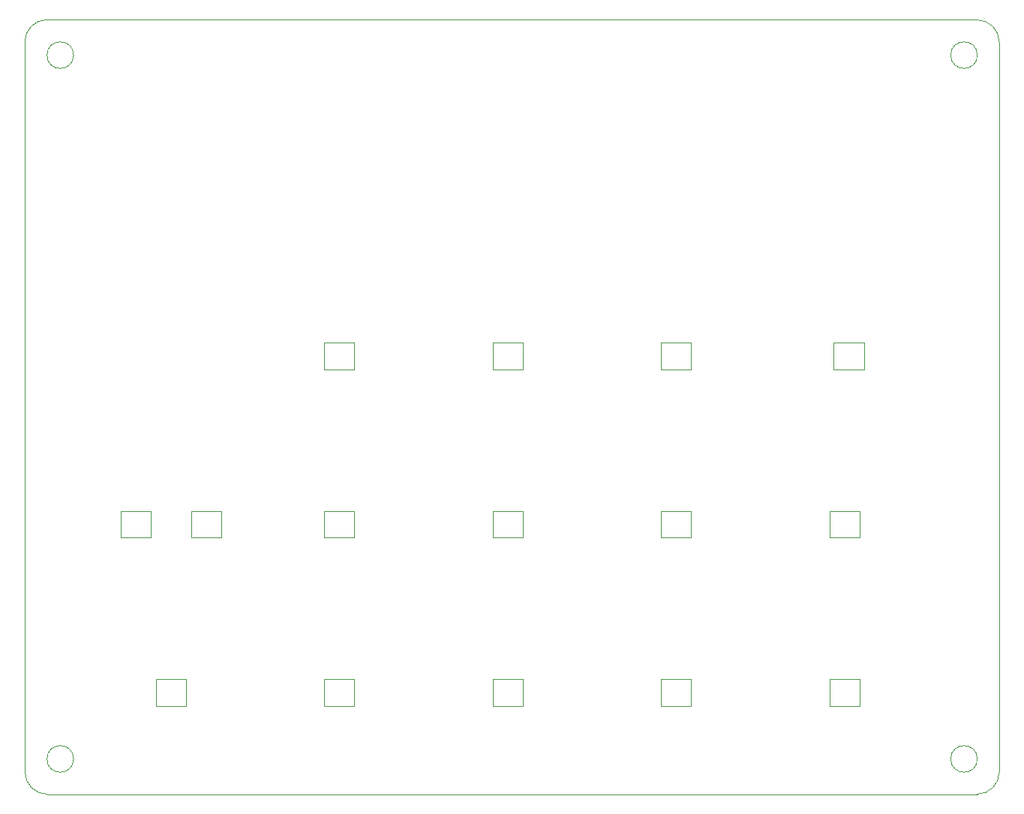
<source format=gbr>
%TF.GenerationSoftware,KiCad,Pcbnew,7.0.9*%
%TF.CreationDate,2024-04-10T10:39:18-07:00*%
%TF.ProjectId,macrov2.2.001,6d616372-6f76-4322-9e32-2e3030312e6b,2.2.001*%
%TF.SameCoordinates,Original*%
%TF.FileFunction,Profile,NP*%
%FSLAX46Y46*%
G04 Gerber Fmt 4.6, Leading zero omitted, Abs format (unit mm)*
G04 Created by KiCad (PCBNEW 7.0.9) date 2024-04-10 10:39:18*
%MOMM*%
%LPD*%
G01*
G04 APERTURE LIST*
%TA.AperFunction,Profile*%
%ADD10C,0.100000*%
%TD*%
%TA.AperFunction,Profile*%
%ADD11C,0.120000*%
%TD*%
G04 APERTURE END LIST*
D10*
X155000000Y-24000000D02*
G75*
G03*
X155000000Y-24000000I-1500000J0D01*
G01*
X50017767Y-107482233D02*
X154982233Y-107482233D01*
X53000000Y-24000000D02*
G75*
G03*
X53000000Y-24000000I-1500000J0D01*
G01*
X53000000Y-103500000D02*
G75*
G03*
X53000000Y-103500000I-1500000J0D01*
G01*
X47500000Y-22500000D02*
X47517767Y-104982233D01*
X157482233Y-22517767D02*
G75*
G03*
X154982233Y-20017767I-2500033J-33D01*
G01*
X157482233Y-104982233D02*
X157482233Y-22517767D01*
X50000000Y-20000000D02*
G75*
G03*
X47500000Y-22500000I0J-2500000D01*
G01*
X154982233Y-107482233D02*
G75*
G03*
X157482233Y-104982233I-33J2500033D01*
G01*
X47517767Y-104982233D02*
G75*
G03*
X50017767Y-107482233I2500033J33D01*
G01*
X155000000Y-103500000D02*
G75*
G03*
X155000000Y-103500000I-1500000J0D01*
G01*
X154982233Y-20017767D02*
X50000000Y-20000000D01*
D11*
%TO.C,LED11*%
X122700000Y-97500000D02*
X122700000Y-94500000D01*
X122700000Y-94500000D02*
X119300000Y-94500000D01*
X119300000Y-97500000D02*
X122700000Y-97500000D01*
X119300000Y-94500000D02*
X119300000Y-97500000D01*
%TO.C,LED5*%
X84700000Y-78500000D02*
X84700000Y-75500000D01*
X84700000Y-75500000D02*
X81300000Y-75500000D01*
X81300000Y-78500000D02*
X84700000Y-78500000D01*
X81300000Y-75500000D02*
X81300000Y-78500000D01*
%TO.C,LED10*%
X103700000Y-97500000D02*
X103700000Y-94500000D01*
X103700000Y-94500000D02*
X100300000Y-94500000D01*
X100300000Y-97500000D02*
X103700000Y-97500000D01*
X100300000Y-94500000D02*
X100300000Y-97500000D01*
%TO.C,ModeLED1*%
X65700000Y-97500000D02*
X65700000Y-94500000D01*
X65700000Y-94500000D02*
X62300000Y-94500000D01*
X62300000Y-97500000D02*
X65700000Y-97500000D01*
X62300000Y-94500000D02*
X62300000Y-97500000D01*
%TO.C,LED6*%
X103700000Y-78500000D02*
X103700000Y-75500000D01*
X103700000Y-75500000D02*
X100300000Y-75500000D01*
X100300000Y-78500000D02*
X103700000Y-78500000D01*
X100300000Y-75500000D02*
X100300000Y-78500000D01*
%TO.C,LED7*%
X122700000Y-78500000D02*
X122700000Y-75500000D01*
X122700000Y-75500000D02*
X119300000Y-75500000D01*
X119300000Y-78500000D02*
X122700000Y-78500000D01*
X119300000Y-75500000D02*
X119300000Y-78500000D01*
%TO.C,FuncLED1*%
X61700000Y-78500000D02*
X61700000Y-75500000D01*
X61700000Y-75500000D02*
X58300000Y-75500000D01*
X58300000Y-78500000D02*
X61700000Y-78500000D01*
X58300000Y-75500000D02*
X58300000Y-78500000D01*
%TO.C,LED2*%
X103700000Y-59500000D02*
X103700000Y-56500000D01*
X103700000Y-56500000D02*
X100300000Y-56500000D01*
X100300000Y-59500000D02*
X103700000Y-59500000D01*
X100300000Y-56500000D02*
X100300000Y-59500000D01*
%TO.C,LED1*%
X84700000Y-59500000D02*
X84700000Y-56500000D01*
X84700000Y-56500000D02*
X81300000Y-56500000D01*
X81300000Y-59500000D02*
X84700000Y-59500000D01*
X81300000Y-56500000D02*
X81300000Y-59500000D01*
%TO.C,LED4*%
X142200000Y-59500000D02*
X142200000Y-56500000D01*
X142200000Y-56500000D02*
X138800000Y-56500000D01*
X138800000Y-59500000D02*
X142200000Y-59500000D01*
X138800000Y-56500000D02*
X138800000Y-59500000D01*
%TO.C,LED3*%
X122700000Y-59500000D02*
X122700000Y-56500000D01*
X122700000Y-56500000D02*
X119300000Y-56500000D01*
X119300000Y-59500000D02*
X122700000Y-59500000D01*
X119300000Y-56500000D02*
X119300000Y-59500000D01*
%TO.C,FuncLED2*%
X69700000Y-78500000D02*
X69700000Y-75500000D01*
X69700000Y-75500000D02*
X66300000Y-75500000D01*
X66300000Y-78500000D02*
X69700000Y-78500000D01*
X66300000Y-75500000D02*
X66300000Y-78500000D01*
%TO.C,LED9*%
X84700000Y-97500000D02*
X84700000Y-94500000D01*
X84700000Y-94500000D02*
X81300000Y-94500000D01*
X81300000Y-97500000D02*
X84700000Y-97500000D01*
X81300000Y-94500000D02*
X81300000Y-97500000D01*
%TO.C,LED12*%
X141700000Y-97500000D02*
X141700000Y-94500000D01*
X141700000Y-94500000D02*
X138300000Y-94500000D01*
X138300000Y-97500000D02*
X141700000Y-97500000D01*
X138300000Y-94500000D02*
X138300000Y-97500000D01*
%TO.C,LED8*%
X141700000Y-78500000D02*
X141700000Y-75500000D01*
X141700000Y-75500000D02*
X138300000Y-75500000D01*
X138300000Y-78500000D02*
X141700000Y-78500000D01*
X138300000Y-75500000D02*
X138300000Y-78500000D01*
%TD*%
M02*

</source>
